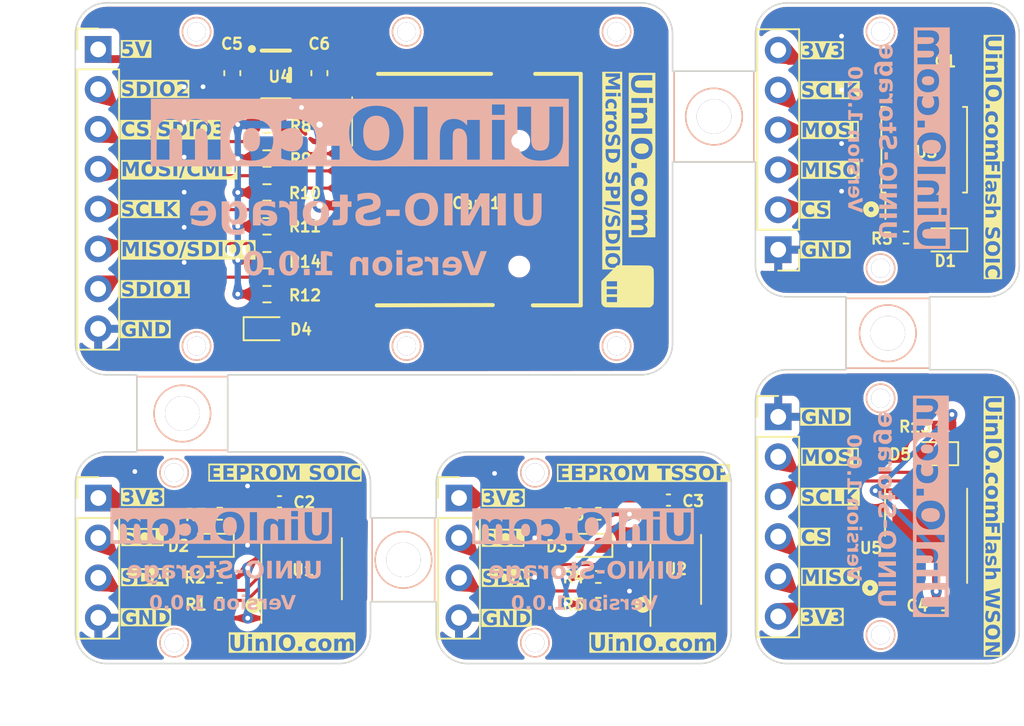
<source format=kicad_pcb>
(kicad_pcb (version 20221018) (generator pcbnew)
  (title_block (title "UINIO-Storage") (date "2024-01-07") (rev "Version 1.0.0") (company "UinIO.com 电子技术实验室"))
  (layers (0 "F.Cu" signal) (31 "B.Cu" signal) (34 "B.Paste" user) (35 "F.Paste" user) (36 "B.SilkS" user "B.Silkscreen") (37 "F.SilkS" user "F.Silkscreen") (38 "B.Mask" user) (39 "F.Mask" user) (44 "Edge.Cuts" user))
  (net 0 "")
  (net 1 "/Flash-SOIC8-3.3V")
  (net 2 "/Flash-SOIC8-GND")
  (net 3 "/EEPROM-SOIC8-GND")
  (net 4 "/EEPROM-SOIC8-3.3V")
  (net 5 "/EEPROM-TSSOP8-GND")
  (net 6 "/EEPROM-TSSOP8-3.3V")
  (net 7 "/SPI{slash}SDIO-GND")
  (net 8 "/SPI{slash}SDIO-5V")
  (net 10 "Net-(D4-A)")
  (net 11 "Net-(D2-A)")
  (net 12 "Net-(D3-A)")
  (net 13 "/EEPROM-TSSOP8-SDA")
  (net 14 "/EEPROM-TSSOP8-SCL")
  (net 15 "/Flash-SOIC8-MISO")
  (net 16 "/Flash-SOIC8-MOSI")
  (net 17 "/Flash-SOIC8-CLK")
  (net 18 "/Flash-SOIC8-CS")
  (net 20 "Net-(D1-A)")
  (net 21 "/EEPROM-SOIC8-SDA")
  (net 22 "/EEPROM-SOIC8-SCL")
  (net 23 "/Flash-WSON8-3.3V")
  (net 24 "/Flash-WSON8-GND")
  (net 25 "Net-(D5-A)")
  (net 26 "/Flash-WSON8-MISO")
  (net 27 "/Flash-WSON8-MOSI")
  (net 28 "/Flash-WSON8-CLK")
  (net 29 "/Flash-WSON8-CS")
  (net 30 "/SPI{slash}SDIO-3.3V")
  (net 31 "/SDIO-2")
  (net 32 "/SPI-CS{slash}SDIO-3")
  (net 33 "/SPI-MOSI{slash}SDIO-CMD")
  (net 34 "/SPI{slash}SDIO-SCLK")
  (net 35 "/SPI-MISO{slash}SDIO-0")
  (net 36 "/SDIO1")
  (footprint "Resistor_SMD:R_0402_1005Metric" (layer "F.Cu") (at 130.76 115.675786 180)
    (fp_text reference "R7")
    (fp_text value "2K")
  )
  (footprint "Capacitor_SMD:C_0402_1005Metric" (layer "F.Cu") (at 175.4 86.85)
    (fp_text reference "C1")
    (fp_text value "0.1uF")
  )
  (footprint "Connector_PinHeader_2.54mm:PinHeader_1x04_P2.54mm_Vertical" (layer "F.Cu") (at 123.04 114.675)
    (fp_text reference "J1" hide)
    (fp_text value "Conn_01x04_Pin")
  )
  (footprint "LED_SMD:LED_0603_1608Metric" (layer "F.Cu") (at 176.24 111.853 180)
    (fp_text reference "D5")
    (fp_text value "LED Red")
  )
  (footprint "Uinio:Hole-1mm" (layer "F.Cu") (at 156 85)
    (fp_text reference "HOLE**" hide)
    (fp_text value "Hole-1mm" hide)
  )
  (footprint "Resistor_SMD:R_0603_1608Metric" (layer "F.Cu") (at 133.765 95.226666)
    (fp_text reference "R10")
    (fp_text value "10K")
  )
  (footprint "LED_SMD:LED_0603_1608Metric" (layer "F.Cu") (at 133.765 103.9)
    (fp_text reference "D4")
    (fp_text value "LED Red")
  )
  (footprint "Package_SO:TSSOP-8_4.4x3mm_P0.65mm" (layer "F.Cu") (at 159.765 119.221286 90)
    (fp_text reference "U2")
    (fp_text value "I2C-24-EEPROM-TSSOP8")
  )
  (footprint "Uinio:Hole-2mm" (layer "F.Cu") (at 162.195 90.4)
    (fp_text reference "HOLE**" hide)
    (fp_text value "Hole-2mm" hide)
  )
  (footprint "Uinio:Hole-2mm" (layer "F.Cu") (at 142.445 118.61)
    (fp_text reference "HOLE**" hide)
    (fp_text value "Hole-2mm" hide)
  )
  (footprint "Uinio:SOT-23-5_L3.0-W1.7-P0.95-LS2.8-BR" (layer "F.Cu") (at 134.33 87.75 180)
    (fp_text reference "U4")
    (fp_text value "ME6211")
  )
  (footprint "Connector_PinHeader_2.54mm:PinHeader_1x04_P2.54mm_Vertical" (layer "F.Cu") (at 145.98 114.675)
    (fp_text reference "J2" hide)
    (fp_text value "Conn_01x04_Pin")
  )
  (footprint "LED_SMD:LED_0603_1608Metric" (layer "F.Cu") (at 130.17 117.685786 180)
    (fp_text reference "D2")
    (fp_text value "LED Red")
  )
  (footprint "Resistor_SMD:R_0402_1005Metric" (layer "F.Cu") (at 130.76 119.695786 180)
    (fp_text reference "R2")
    (fp_text value "10K")
  )
  (footprint "Uinio:Hole-1mm" (layer "F.Cu") (at 172.79 108.328 -90)
    (fp_text reference "HOLE**" hide)
    (fp_text value "Hole-1mm" hide)
  )
  (footprint "Connector_PinHeader_2.54mm:PinHeader_1x06_P2.54mm_Vertical" (layer "F.Cu") (at 166.28 98.87 180)
    (fp_text reference "J3" hide)
    (fp_text value "Conn_01x06_Pin")
  )
  (footprint "Package_SO:SOIC-8_3.9x4.9mm_P1.27mm" (layer "F.Cu") (at 135.97 119.175786 90)
    (fp_text reference "U1")
    (fp_text value "I2C-24-EEPROM-SOIC8")
  )
  (footprint "Uinio:TF-SMD_TF-02" (layer "F.Cu") (at 144.11 95 90)
    (fp_text reference "Card1")
    (fp_text value "TF_Card_02A")
  )
  (footprint "Capacitor_SMD:C_0402_1005Metric" (layer "F.Cu") (at 176.8 121.47)
    (fp_text reference "C4")
    (fp_text value "0.1uF")
  )
  (footprint "Capacitor_SMD:C_0603_1608Metric" (layer "F.Cu") (at 131.56 87.636 90)
    (fp_text reference "C5")
    (fp_text value "1uF")
  )
  (footprint "Resistor_SMD:R_0402_1005Metric" (layer "F.Cu") (at 130.76 121.405786 180)
    (fp_text reference "R1")
    (fp_text value "10K")
  )
  (footprint "Resistor_SMD:R_0603_1608Metric" (layer "F.Cu") (at 133.765 93.068333)
    (fp_text reference "R9")
    (fp_text value "10K")
  )
  (footprint "Package_SO:SOIC-8_5.23x5.23mm_P1.27mm" (layer "F.Cu") (at 175.565 92.51 90)
    (fp_text reference "U3")
    (fp_text value "SPI-25-Flash-SOIC8")
  )
  (footprint "Uinio:Hole-1mm" (layer "F.Cu") (at 156 105)
    (fp_text reference "HOLE**" hide)
    (fp_text value "Hole-1mm" hide)
  )
  (footprint "Uinio:Hole-1mm" (layer "F.Cu") (at 129.286 85)
    (fp_text reference "HOLE**" hide)
    (fp_text value "Hole-1mm" hide)
  )
  (footprint "Resistor_SMD:R_0603_1608Metric" (layer "F.Cu") (at 133.765 101.701665)
    (fp_text reference "R12")
    (fp_text value "2K")
  )
  (footprint "Resistor_SMD:R_0402_1005Metric" (layer "F.Cu") (at 176.83 110.07)
    (fp_text reference "R13")
    (fp_text value "2K")
  )
  (footprint "Uinio:Hole-1mm" (layer "F.Cu") (at 172.79 84.988 -90)
    (fp_text reference "HOLE**" hide)
    (fp_text value "Hole-1mm" hide)
  )
  (footprint "LOGO" (layer "F.Cu") (at 156.7 101.21 90)
    (fp_text reference "")
    (fp_text value "LOGO" hide)
  )
  (footprint "Uinio:Hole-1mm" (layer "F.Cu") (at 127.86 113.065786)
    (fp_text reference "HOLE**" hide)
    (fp_text value "Hole-1mm" hide)
  )
  (footprint "Uinio:Hole-1mm" (layer "F.Cu") (at 127.86 123.885786)
    (fp_text reference "HOLE**" hide)
    (fp_text value "Hole-1mm" hide)
  )
  (footprint "Uinio:Hole-1mm" (layer "F.Cu") (at 150.805 123.885786)
    (fp_text reference "HOLE**" hide)
    (fp_text value "Hole-1mm" hide)
  )
  (footprint "LED_SMD:LED_0603_1608Metric" (layer "F.Cu") (at 154.2475 117.69 180)
    (fp_text reference "D3")
    (fp_text value "LED Red")
  )
  (footprint "Uinio:Hole-1mm" (layer "F.Cu") (at 172.79 100.048 -90)
    (fp_text reference "HOLE**" hide)
    (fp_text value "Hole-1mm" hide)
  )
  (footprint "Resistor_SMD:R_0402_1005Metric" (layer "F.Cu") (at 174.41 98.1 180)
    (fp_text reference "R5")
    (fp_text value "2K")
  )
  (footprint "Resistor_SMD:R_0603_1608Metric" (layer "F.Cu") (at 133.765 90.91)
    (fp_text reference "R8")
    (fp_text value "10K")
  )
  (footprint "Uinio:Hole-1mm" (layer "F.Cu") (at 150.805 113.065786)
    (fp_text reference "HOLE**" hide)
    (fp_text value "Hole-1mm" hide)
  )
  (footprint "Uinio:Hole-1mm" (layer "F.Cu") (at 142.643 105)
    (fp_text reference "HOLE**" hide)
    (fp_text value "Hole-1mm" hide)
  )
  (footprint "Resistor_SMD:R_0603_1608Metric" (layer "F.Cu") (at 133.765 97.384999)
    (fp_text reference "R11")
    (fp_text value "10K")
  )
  (footprint "Uinio:Hole-1mm" (layer "F.Cu") (at 172.79 123.388 -90)
    (fp_text reference "HOLE**" hide)
    (fp_text value "Hole-1mm" hide)
  )
  (footprint "Uinio:Hole-1mm" (layer "F.Cu") (at 129.286 105)
    (fp_text reference "HOLE**" hide)
    (fp_text value "Hole-1mm" hide)
  )
  (footprint "Uinio:Hole-2mm" (layer "F.Cu") (at 128.38 109.295)
    (fp_text reference "HOLE**" hide)
    (fp_text value "Hole-2mm" hide)
  )
  (footprint "LED_SMD:LED_0603_1608Metric" (layer "F.Cu") (at 176.82 98.25 180)
    (fp_text reference "D1")
    (fp_text value "LED Red")
  )
  (footprint "Capacitor_SMD:C_0402_1005Metric" (layer "F.Cu") (at 159.3 114.808 180)
    (fp_text reference "C3")
    (fp_text value "0.1uF")
  )
  (footprint "Resistor_SMD:R_0402_1005Metric" (layer "F.Cu") (at 154.8375 121.41 180)
    (fp_text reference "R3")
    (fp_text value "10K")
  )
  (footprint "Resistor_SMD:R_0402_1005Metric" (layer "F.Cu") (at 154.8375 119.7)
    (fp_text reference "R4")
    (fp_text value "10K")
  )
  (footprint "Package_SON:WSON-8-1EP_6x5mm_P1.27mm_EP3.4x4.3mm" (layer "F.Cu") (at 175.685 117.081 90)
    (fp_text reference "U5")
    (fp_text value "SPI-25-Flash-WSON8")
  )
  (footprint "Capacitor_SMD:C_0402_1005Metric" (layer "F.Cu") (at 134.56 114.915786 180)
    (fp_text reference "C2")
    (fp_text value "0.1uF")
  )
  (footprint "Resistor_SMD:R_0603_1608Metric" (layer "F.Cu") (at 133.765 99.543332)
    (fp_text reference "R14")
    (fp_text value "10K")
  )
  (footprint "Connector_PinHeader_2.54mm:PinHeader_1x06_P2.54mm_Vertical" (layer "F.Cu") (at 166.28 109.51)
    (fp_text reference "J5" hide)
    (fp_text value "Conn_01x06_Pin")
  )
  (footprint "Resistor_SMD:R_0402_1005Metric" (layer "F.Cu") (at 154.8375 115.68 180)
    (fp_text reference "R6")
    (fp_text value "2K")
  )
  (footprint "Capacitor_SMD:C_0603_1608Metric" (layer "F.Cu") (at 137.1 87.636 -90)
    (fp_text reference "C6")
    (fp_text value "1uF")
  )
  (footprint "Uinio:Hole-1mm" (layer "F.Cu") (at 142.643 85)
    (fp_text reference "HOLE**" hide)
    (fp_text value "Hole-1mm" hide)
  )
  (footprint "Connector_PinHeader_2.54mm:PinHeader_1x08_P2.54mm_Vertical" (layer "F.Cu") (at 123.03 86.125)
    (fp_text reference "J4" hide)
    (fp_text value "Conn_01x08_Pin")
  )
  (footprint "Uinio:Hole-2mm" (layer "F.Cu") (at 173.25 104.19)
    (fp_text reference "HOLE**" hide)
    (fp_text value "Hole-2mm" hide)
  )
  (gr_rect (start 159.66 87.51) (end 164.73 93.29) (stroke (width 0.1)) (fill none) (layer "B.SilkS"))
  (gr_rect (start 140.455 115.94) (end 144.4325 121.27875) (stroke (width 0.1)) (fill none) (layer "B.SilkS"))
  (gr_rect (start 125.49 106.95) (end 131.27 111.64) (stroke (width 0.1)) (fill none) (layer "B.SilkS"))
  (gr_rect (start 170.59 101.97) (end 175.91 106.41) (stroke (width 0.1)) (fill none) (layer "B.SilkS"))
  (gr_circle (center 157.67 121.47) (end 157.83 121.47) (stroke (width 0.35)) (fill none) (layer "F.SilkS"))
  (gr_rect (start 125.49 106.95) (end 131.27 111.64) (stroke (width 0.1)) (fill none) (layer "F.SilkS"))
  (gr_circle (center 172.19 96.3) (end 172.03 96.3) (stroke (width 0.35)) (fill none) (layer "F.SilkS"))
  (gr_rect (start 140.455 115.94) (end 144.425 121.28) (stroke (width 0.1)) (fill none) (layer "F.SilkS"))
  (gr_rect (start 170.59 101.97) (end 175.91 106.41) (stroke (width 0.1)) (fill none) (layer "F.SilkS"))
  (gr_circle (center 172.123231 120.396) (end 172.123231 120.556) (stroke (width 0.35)) (fill none) (layer "F.SilkS"))
  (gr_circle (center 132.91 121.505786) (end 133.07 121.505786) (stroke (width 0.35)) (fill none) (layer "F.SilkS"))
  (gr_rect (start 159.66 87.51) (end 164.73 93.29) (stroke (width 0.1)) (fill none) (layer "F.SilkS"))
  (gr_arc (start 164.83 108.51) (mid 165.415786 107.095786) (end 166.83 106.51) (stroke (width 0.1)) (layer "Edge.Cuts"))
  (gr_line (start 131.27 111.74) (end 138.35 111.74) (stroke (width 0.1)) (layer "Edge.Cuts"))
  (gr_line (start 164.83 123.21) (end 164.83 108.51) (stroke (width 0.1)) (layer "Edge.Cuts"))
  (gr_line (start 175.91 101.87) (end 179.61 101.87) (stroke (width 0.1)) (layer "Edge.Cuts"))
  (gr_arc (start 123.578 106.837) (mid 122.163786 106.251214) (end 121.578 104.837) (stroke (width 0.1)) (layer "Edge.Cuts"))
  (gr_arc (start 157.56 83.163) (mid 158.974214 83.748786) (end 159.56 85.163) (stroke (width 0.1)) (layer "Edge.Cuts"))
  (gr_line (start 140.35 113.74) (end 140.35 115.94) (stroke (width 0.1)) (layer "Edge.Cuts"))
  (gr_line (start 179.61 125.21) (end 166.83 125.21) (stroke (width 0.1)) (layer "Edge.Cuts"))
  (gr_line (start 157.56 106.837) (end 152.36 106.84) (stroke (width 0.1)) (layer "Edge.Cuts"))
  (gr_line (start 144.525 123.21) (end 144.525 121.28) (stroke (width 0.1)) (layer "Edge.Cuts"))
  (gr_arc (start 166.83 125.21) (mid 165.415786 124.624214) (end 164.83 123.21) (stroke (width 0.1)) (layer "Edge.Cuts"))
  (gr_arc (start 166.83 101.87) (mid 165.415786 101.284214) (end 164.83 99.87) (stroke (width 0.1)) (layer "Edge.Cuts"))
  (gr_line (start 146.525 111.74) (end 153.69 111.74) (stroke (width 0.1)) (layer "Edge.Cuts"))
  (gr_line (start 140.35 121.28) (end 144.525 121.28) (stroke (width 0.1)) (layer "Edge.Cuts"))
  (gr_line (start 166.83 106.51) (end 170.59 106.51) (stroke (width 0.1)) (layer "Edge.Cuts"))
  (gr_line (start 166.83 101.87) (end 170.59 101.87) (stroke (width 0.1)) (layer "Edge.Cuts"))
  (gr_arc (start 161.295 111.74) (mid 162.709214 112.325786) (end 163.295 113.74) (stroke (width 0.1)) (layer "Edge.Cuts"))
  (gr_arc (start 146.525 125.21) (mid 145.110786 124.624214) (end 144.525 123.21) (stroke (width 0.1)) (layer "Edge.Cuts"))
  (gr_line (start 123.578 83.163) (end 157.56 83.163) (stroke (width 0.1)) (layer "Edge.Cuts"))
  (gr_line (start 175.91 101.87) (end 175.91 106.51) (stroke (width 0.1)) (layer "Edge.Cuts"))
  (gr_line (start 123.58 111.74) (end 125.49 111.74) (stroke (width 0.1)) (layer "Edge.Cuts"))
  (gr_line (start 159.56 104.837) (end 159.56 93.29) (stroke (width 0.1)) (layer "Edge.Cuts"))
  (gr_line (start 181.61 85.17) (end 181.61 99.87) (stroke (width 0.1)) (layer "Edge.Cuts"))
  (gr_line (start 144.525 113.74) (end 144.525 115.94) (stroke (width 0.1)) (layer "Edge.Cuts"))
  (gr_arc (start 121.58 113.74) (mid 122.165781 112.325777) (end 123.58 111.74) (stroke (width 0.1)) (layer "Edge.Cuts"))
  (gr_line (start 125.49 106.84) (end 125.49 111.74) (stroke (width 0.1)) (layer "Edge.Cuts"))
  (gr_arc (start 179.61 83.17) (mid 181.024214 83.755786) (end 181.61 85.17) (stroke (width 0.1)) (layer "Edge.Cuts"))
  (gr_arc (start 123.58 125.21) (mid 122.165781 124.624214) (end 121.58 123.21) (stroke (width 0.1)) (layer "Edge.Cuts"))
  (gr_arc (start 144.525 113.74) (mid 145.110786 112.325786) (end 146.525 111.74) (stroke (width 0.1)) (layer "Edge.Cuts"))
  (gr_line (start 164.83 85.17) (end 164.83 87.51) (stroke (width 0.1)) (layer "Edge.Cuts"))
  (gr_arc (start 179.61 106.51) (mid 181.024214 107.095786) (end 181.61 108.51) (stroke (width 0.1)) (layer "Edge.Cuts"))
  (gr_line (start 152.36 106.84) (end 131.27 106.84) (stroke (width 0.1)) (layer "Edge.Cuts"))
  (gr_line (start 121.578 104.837) (end 121.578 85.163) (stroke (width 0.1)) (layer "Edge.Cuts"))
  (gr_arc (start 181.61 123.21) (mid 181.024214 124.624214) (end 179.61 125.21) (stroke (width 0.1)) (layer "Edge.Cuts"))
  (gr_line (start 138.35 125.21) (end 123.58 125.21) (stroke (width 0.1)) (layer "Edge.Cuts"))
  (gr_arc (start 138.35 111.74) (mid 139.764209 112.325787) (end 140.35 113.74) (stroke (width 0.1)) (layer "Edge.Cuts"))
  (gr_arc (start 164.83 85.17) (mid 165.415786 83.755786) (end 166.83 83.17) (stroke (width 0.1)) (layer "Edge.Cuts"))
  (gr_line (start 121.58 123.21) (end 121.58 113.74) (stroke (width 0.1)) (layer "Edge.Cuts"))
  (gr_arc (start 159.56 104.837) (mid 158.974214 106.251214) (end 157.56 106.837) (stroke (width 0.1)) (layer "Edge.Cuts"))
  (gr_arc (start 121.578 85.163) (mid 122.163786 83.748786) (end 123.578 83.163) (stroke (width 0.1)) (layer "Edge.Cuts"))
  (gr_line (start 175.91 106.51) (end 179.61 106.51) (stroke (width 0.1)) (layer "Edge.Cuts"))
  (gr_line (start 170.59 101.87) (end 170.59 106.51) (stroke (width 0.1)) (layer "Edge.Cuts"))
  (gr_line (start 153.69 111.74) (end 161.295 111.74) (stroke (width 0.1)) (layer "Edge.Cuts"))
  (gr_line (start 140.35 123.21) (end 140.35 121.28) (stroke (width 0.1)) (layer "Edge.Cuts"))
  (gr_line (start 166.83 83.17) (end 179.61 83.17) (stroke (width 0.1)) (layer "Edge.Cuts"))
  (gr_line (start 161.295 125.21) (end 146.525 125.21) (stroke (width 0.1)) (layer "Edge.Cuts"))
  (gr_arc (start 163.295 123.21) (mid 162.709214 124.624214) (end 161.295 125.21) (stroke (width 0.1)) (layer "Edge.Cuts"))
  (gr_line (start 159.56 93.29) (end 164.83 93.29) (stroke (width 0.1)) (layer "Edge.Cuts"))
  (gr_line (start 125.49 106.84) (end 123.578 106.837) (stroke (width 0.1)) (layer "Edge.Cuts"))
  (gr_arc (start 181.61 99.87) (mid 181.024214 101.284214) (end 179.61 101.87) (stroke (width 0.1)) (layer "Edge.Cuts"))
  (gr_arc (start 140.35 123.21) (mid 139.764209 124.624205) (end 138.35 125.21) (stroke (width 0.1)) (layer "Edge.Cuts"))
  (gr_line (start 164.83 93.29) (end 164.83 99.87) (stroke (width 0.1)) (layer "Edge.Cuts"))
  (gr_line (start 181.61 108.51) (end 181.61 123.21) (stroke (width 0.1)) (layer "Edge.Cuts"))
  (gr_line (start 159.56 87.51) (end 159.56 85.163) (stroke (width 0.1)) (layer "Edge.Cuts"))
  (gr_line (start 131.27 106.84) (end 131.27 111.74) (stroke (width 0.1)) (layer "Edge.Cuts"))
  (gr_line (start 140.35 115.94) (end 144.525 115.94) (stroke (width 0.1)) (layer "Edge.Cuts"))
  (gr_line (start 163.295 113.74) (end 163.295 123.21) (stroke (width 0.1)) (layer "Edge.Cuts"))
  (gr_line (start 159.56 87.51) (end 164.83 87.51) (stroke (width 0.1)) (layer "Edge.Cuts"))
  (gr_text "Version 1.0.0" (at 147.76 100.747156) (layer "B.SilkS") (effects (font (size 1.5 1.5) (thickness 0.3) bold) (justify left bottom mirror)))
  (gr_text "UINIO-Storage" (at 151.485436 97.667156) (layer "B.SilkS") (effects (font (size 2 2) (thickness 0.3) bold) (justify left bottom mirror)))
  (gr_text "UinIO.com" (at 160.945258 117.68) (layer "B.SilkS" knockout) (effects (font (size 1.75 1.75) (thickness 0.2) bold) (justify left bottom mirror)))
  (gr_text "Version 1.0.0" (at 135.61 121.92) (layer "B.SilkS") (effects (font (size 0.9 0.9) (thickness 0.2) bold) (justify left bottom mirror)))
  (gr_text "UinIO.com" (at 174.84 98.85 -90) (layer "B.SilkS" knockout) (effects (font (size 1.75 1.75) (thickness 0.2) bold) (justify left bottom mirror)))
  (gr_text "Version 1.0.0" (at 170.58 96.529742 -90) (layer "B.SilkS") (effects (font (size 0.9 0.9) (thickness 0.2) bold) (justify left bottom mirror)))
  (gr_text "UINIO-Storage" (at 137.322337 119.98) (layer "B.SilkS") (effects (font (size 1.1 1.1) (thickness 0.25) bold) (justify left bottom mirror)))
  (gr_text "UinIO.com" (at 153.020258 93.7) (layer "B.SilkS" knockout) (effects (font (size 3.3 3.3) (thickness 0.2) bold) (justify left bottom mirror)))
  (gr_text "UINIO-Storage" (at 172.52 98.242079 -90) (layer "B.SilkS") (effects (font (size 1.1 1.1) (thickness 0.25) bold) (justify left bottom mirror)))
  (gr_text "UinIO.com" (at 137.930258 117.66) (layer "B.SilkS" knockout) (effects (font (size 1.75 1.75) (thickness 0.2) bold) (justify left bottom mirror)))
  (gr_text "Version 1.0.0" (at 158.625 121.94) (layer "B.SilkS") (effects (font (size 0.9 0.9) (thickness 0.2) bold) (justify left bottom mirror)))
  (gr_text "UINIO-Storage" (at 172.46 121.672337 -90) (layer "B.SilkS") (effects (font (size 1.1 1.1) (thickness 0.25) bold) (justify left bottom mirror)))
  (gr_text "UINIO-Storage" (at 160.337337 120) (layer "B.SilkS") (effects (font (size 1.1 1.1) (thickness 0.25) bold) (justify left bottom mirror)))
  (gr_text "Version 1.0.0" (at 170.52 119.96 -90) (layer "B.SilkS") (effects (font (size 0.9 0.9) (thickness 0.2) bold) (justify left bottom mirror)))
  (gr_text "UinIO.com" (at 174.78 122.280258 -90) (layer "B.SilkS" knockout) (effects (font (size 1.75 1.75) (thickness 0.2) bold) (justify left bottom mirror)))
  (gr_text "MOSI/CMD" (at 124.47 94.345713) (layer "F.SilkS" knockout) (effects (font (size 0.9 0.9) (thickness 0.16) bold) (justify left bottom)))
  (gr_text "MISO" (at 167.72 120.3) (layer "F.SilkS" knockout) (effects (font (size 0.9 0.9) (thickness 0.16) bold) (justify left bottom)))
  (gr_text "CS" (at 167.72 96.9324) (layer "F.SilkS" knockout) (effects (font (size 0.9 0.9) (thickness 0.16) bold) (justify left bottom)))
  (gr_text "MOSI" (at 167.72 112.6584) (layer "F.SilkS" knockout) (effects (font (size 0.9 0.9) (thickness 0.16) bold) (justify left bottom)))
  (gr_text "Flash WSON" (at 179.30926 116.148 -90) (layer "F.SilkS" knockout) (effects (font (size 0.9 0.9) (thickness 0.2) bold) (justify left bottom)))
  (gr_text "EEPROM TSSOP" (at 152.19 113.69) (layer "F.SilkS" knockout) (effects (font (size 0.9 0.9) (thickness 0.2) bold) (justify left bottom)))
  (gr_text "SCLK" (at 167.72 89.3256) (layer "F.SilkS" knockout) (effects (font (size 0.9 0.9) (thickness 0.16) bold) (justify left bottom)))
  (gr_text "GND" (at 124.47 104.54) (layer "F.SilkS" knockout) (effects (font (size 0.9 0.9) (thickness 0.16) bold) (justify left bottom)))
  (gr_text "EEPROM SOIC" (at 130.02 113.66932) (layer "F.SilkS" knockout) (effects (font (size 0.9 0.9) (thickness 0.2) bold) (justify left bottom)))
  (gr_text "GND" (at 147.44 122.92) (layer "F.SilkS" knockout) (effects (font (size 0.9 0.9) (thickness 0.16) bold) (justify left bottom)))
  (gr_text "UinIO.com" (at 154.251951 124.565786) (layer "F.SilkS" knockout) (effects (font (size 1 1) (thickness 0.2) bold) (justify left bottom)))
  (gr_text "SDIO2" (at 124.47 89.248571) (layer "F.SilkS" knockout) (effects (font (size 0.9 0.9) (thickness 0.16) bold) (justify left bottom)))
  (gr_text "UinIO.com" (at 131.315246 124.565786) (layer "F.SilkS" knockout) (effects (font (size 1 1) (thickness 0.2) bold) (justify left bottom)))
  (gr_text "3V3" (at 167.72 86.79) (layer "F.SilkS" knockout) (effects (font (size 0.9 0.9) (thickness 0.16) bold) (justify left bottom)))
  (gr_text "SCLK" (at 124.47 96.894284) (layer "F.SilkS" knockout) (effects (font (size 0.9 0.9) (thickness 0.16) bold) (justify left bottom)))
  (gr_text "CS" (at 167.72 117.7528) (layer "F.SilkS" knockout) (effects (font (size 0.9 0.9) (thickness 0.16) bold) (justify left bottom)))
  (gr_text "MOSI" (at 167.72 91.8612) (layer "F.SilkS" knockout) (effects (font (size 0.9 0.9) (thickness 0.16) bold) (justify left bottom)))
  (gr_text "3V3" (at 147.44 115.27) (layer "F.SilkS" knockout) (effects (font (size 0.9 0.9) (thickness 0.16) bold) (justify left bottom)))
  (gr_text "UinIO.com" (at 179.29963 85.18 -90) (layer "F.SilkS" knockout) (effects (font (size 1 1) (thickness 0.2) bold) (justify left bottom)))
  (gr_text "3V3" (at 124.5 115.225) (layer "F.SilkS" knockout) (effects (font (size 0.9 0.9) (thickness 0.16) bold) (justify left bottom)))
  (gr_text "GND" (at 167.72 110.1112) (layer "F.SilkS" knockout) (effects (font (size 0.9 0.9) (thickness 0.16) bold) (justify left bottom)))
  (gr_text "SCL" (at 147.44 117.82) (layer "F.SilkS" knockout) (effects (font (size 0.9 0.9) (thickness 0.16) bold) (justify left bottom)))
  (gr_text "5V" (at 124.47 86.7) (layer "F.SilkS" knockout) (effects (font (size 0.9 0.9) (thickness 0.16) bold) (justify left bottom)))
  (gr_text "CS/SDIO3" (at 124.47 91.797142) (layer "F.SilkS" knockout) (effects (font (size 0.9 0.9) (thickness 0.16) bold) (justify left bottom)))
  (gr_text "SCLK" (at 167.72 115.2056) (layer "F.SilkS" knockout) (effects (font (size 0.9 0.9) (thickness 0.16) bold) (justify left bottom)))
  (gr_text "SDIO1" (at 124.47 101.991426) (layer "F.SilkS" knockout) (effects (font (size 0.9 0.9) (thickness 0.16) bold) (justify left bottom)))
  (gr_text "SDA" (at 124.5 120.325) (layer "F.SilkS" knockout) (effects (font (size 0.9 0.9) (thickness 0.16) bold) (justify left bottom)))
  (gr_text "GND" (at 167.72 99.468) (layer "F.SilkS" knockout) (effects (font (size 0.9 0.9) (thickness 0.16) bold) (justify left bottom)))
  (gr_text "MISO" (at 167.72 94.3968) (layer "F.SilkS" knockout) (effects (font (size 0.9 0.9) (thickness 0.16) bold) (justify left bottom)))
  (gr_text "3V3" (at 167.72 122.8472) (layer "F.SilkS" knockout) (effects (font (size 0.9 0.9) (thickness 0.16) bold) (justify left bottom)))
  (gr_text "SDA" (at 147.44 120.37) (layer "F.SilkS" knockout) (effects (font (size 0.9 0.9) (thickness 0.16) bold) (justify left bottom)))
  (gr_text "SCL" (at 124.5 117.775) (layer "F.SilkS" knockout) (effects (font (size 0.9 0.9) (thickness 0.16) bold) (justify left bottom)))
  (gr_text "MicroSD SPI/SDIO" (at 155.15 87.532857 270) (layer "F.SilkS" knockout) (effects (font (size 0.9 0.9) (thickness 0.2) bold) (justify left bottom)))
  (gr_text "GND" (at 124.5 122.875) (layer "F.SilkS" knockout) (effects (font (size 0.9 0.9) (thickness 0.16) bold) (justify left bottom)))
  (gr_text "UinIO.com" (at 156.72 87.59 270) (layer "F.SilkS" knockout) (effects (font (size 1.3 1.3) (thickness 0.2) bold) (justify left bottom)))
  (gr_text "MISO/SDIO0" (at 124.47 99.442855) (layer "F.SilkS" knockout) (effects (font (size 0.9 0.9) (thickness 0.16) bold) (justify left bottom)))
  (gr_text "UinIO.com" (at 179.29963 108.178 -90) (layer "F.SilkS" knockout) (effects (font (size 1 1) (thickness 0.2) bold) (justify left bottom)))
  (gr_text "Flash SOIC" (at 179.30926 93.13 -90) (layer "F.SilkS" knockout) (effects (font (size 0.9 0.9) (thickness 0.2) bold) (justify left bottom)))
  (segment (start 178.55 93) (end 176.2 95.35) (width 0.3) (layer "F.Cu") (net 1))
  (segment (start 178.14 87.68) (end 178.55 88.09) (width 0.3) (layer "F.Cu") (net 1))
  (segment (start 174.92 86.85) (end 175.75 87.68) (width 0.3) (layer "F.Cu") (net 1))
  (segment (start 178.55 88.09) (end 178.55 93) (width 0.3) (layer "F.Cu") (net 1))
  (segment (start 174.67 97.33) (end 175.56 97.33) (width 0.3) (layer "F.Cu") (net 1))
  (segment (start 166.28 86.17) (end 166.96 86.85) (width 0.5) (layer "F.Cu") (net 1))
  (segment (start 173.66 88.91) (end 173.66 88.2) (width 0.3) (layer "F.Cu") (net 1))
  (segment (start 176.2 95.35) (end 176.2 96.11) (width 0.3) (layer "F.Cu") (net 1))
  (segment (start 174.92 86.85) (end 174.92 88.9) (width 0.3) (layer "F.Cu") (net 1))
  (segment (start 175.75 87.68) (end 178.14 87.68) (width 0.3) (layer "F.Cu") (net 1))
  (segment (start 166.96 86.85) (end 174.92 86.85) (width 0.5) (layer "F.Cu") (net 1))
  (segment (start 173.66 88.2) (end 174.92 86.94) (width 0.3) (layer "F.Cu") (net 1))
  (segment (start 173.9 98.1) (end 174.67 97.33) (width 0.3) (layer "F.Cu") (net 1))
  (segment (start 175.56 97.33) (end 176.2 96.69) (width 0.3) (layer "F.Cu") (net 1))
  (via (at 170.31 88.6975) (size 0.5) (drill 0.3) (layers "F.Cu" "B.Cu") (net 2))
  (via (at 170.31 92.115) (size 0.5) (drill 0.3) (layers "F.Cu" "B.Cu") (net 2))
  (via (at 170.31 95.15) (size 0.5) (drill 0.3) (layers "F.Cu" "B.Cu") (net 2))
  (via (at 170.31 85.28) (size 0.5) (drill 0.3) (layers "F.Cu" "B.Cu") (net 2))
  (segment (start 135.335 116.700786) (end 135.335 115.210786) (width 0.3) (layer "F.Cu") (net 3))
  (segment (start 135.335 115.210786) (end 135.04 114.915786) (width 0.3) (layer "F.Cu") (net 3))
  (via (at 125.36 112.99) (size 0.5) (drill 0.3) (layers "F.Cu" "B.Cu") (net 3))
  (via (at 132.53 113.91) (size 0.7) (drill 0.3) (layers "F.Cu" "B.Cu") (net 3))
  (via (at 132.53 117.68) (size 0.7) (drill 0.3) (layers "F.Cu" "B.Cu") (net 3))
  (segment (start 132.53 117.68) (end 132.53 113.91) (width 0.3) (layer "B.Cu") (net 3))
  (segment (start 133.994214 115.675786) (end 134.08 115.59) (width 0.3) (layer "F.Cu") (net 4))
  (segment (start 134.08 114.915786) (end 134.08 115.59) (width 0.3) (layer "F.Cu") (net 4))
  (segment (start 130.25 121.405786) (end 131.164214 122.32) (width 0.3) (layer "F.Cu") (net 4))
  (segment (start 132.49 119.13) (end 131.924214 119.695786) (width 0.3) (layer "F.Cu") (net 4))
  (segment (start 134.065 117.555) (end 132.53 119.09) (width 0.3) (layer "F.Cu") (net 4))
  (segment (start 131.164214 122.32) (end 132.51 122.32) (width 0.3) (layer "F.Cu") (net 4))
  (segment (start 131.27 115.675786) (end 133.994214 115.675786) (width 0.3) (layer "F.Cu") (net 4))
  (segment (start 123.275 114.91) (end 134.074214 114.91) (width 0.4) (layer "F.Cu") (net 4))
  (segment (start 131.924214 119.695786) (end 131.27 119.695786) (width 0.3) (layer "F.Cu") (net 4))
  (segment (start 132.51 122.32) (end 132.66 122.32) (width 0.3) (layer "F.Cu") (net 4))
  (segment (start 134.08 115.59) (end 134.08 116.685786) (width 0.3) (layer "F.Cu") (net 4))
  (segment (start 134.065 116.700786) (end 134.065 117.555) (width 0.3) (layer "F.Cu") (net 4))
  (segment (start 132.53 119.13) (end 132.49 119.13) (width 0.3) (layer "F.Cu") (net 4))
  (segment (start 132.66 122.32) (end 134.08 122.32) (width 0.3) (layer "F.Cu") (net 4))
  (segment (start 136.605 121.650786) (end 134.065 121.650786) (width 0.3) (layer "F.Cu") (net 4))
  (segment (start 132.53 119.09) (end 132.53 119.13) (width 0.3) (layer "F.Cu") (net 4))
  (via (at 132.54 122.32) (size 0.7) (drill 0.3) (layers "F.Cu" "B.Cu") (net 4))
  (via (at 132.53 119.13) (size 0.7) (drill 0.3) (layers "F.Cu" "B.Cu") (net 4))
  (segment (start 132.53 122.31) (end 132.54 122.32) (width 0.3) (layer "B.Cu") (net 4))
  (segment (start 132.53 119.13) (end 132.53 122.31) (width 0.3) (layer "B.Cu") (net 4))
  (segment (start 159.78 115.362) (end 159.78 114.808) (width 0.3) (layer "F.Cu") (net 5))
  (segment (start 159.44 115.702) (end 159.78 115.362) (width 0.3) (layer "F.Cu") (net 5))
  (segment (start 159.44 116.358786) (end 159.44 115.702) (width 0.3) (layer "F.Cu") (net 5))
  (via (at 150.79 119.73) (size 0.5) (drill 0.3) (layers "F.Cu" "B.Cu") (net 5))
  (via (at 148.24 113.11) (size 0.5) (drill 0.3) (layers "F.Cu" "B.Cu") (net 5))
  (via (at 150.79 117.21) (size 0.5) (drill 0.3) (layers "F.Cu" "B.Cu") (net 5))
  (via (at 156.82 120.6) (size 0.7) (drill 0.3) (layers "F.Cu" "B.Cu") (net 5))
  (via (at 156.82 117.68) (size 0.7) (drill 0.3) (layers "F.Cu" "B.Cu") (net 5))
  (segment (start 156.82 120.6) (end 156.82 117.68) (width 0.3) (layer "B.Cu") (net 5))
  (segment (start 156.82 115.7) (end 156.84 115.68) (width 0.3) (layer "F.Cu") (net 6))
  (segment (start 152.78 119.73) (end 154.2975 119.73) (width 0.3) (layer "F.Cu") (net 6))
  (segment (start 158.82 114.808) (end 158.82 116.328786) (width 0.3) (layer "F.Cu") (net 6))
  (segment (start 156.84 115.68) (end 158.75 115.68) (width 0.3) (layer "F.Cu") (net 6))
  (segment (start 158.82 114.808) (end 146.113 114.808) (width 0.3) (layer "F.Cu") (net 6))
  (segment (start 152.78 121.41) (end 154.3275 121.41) (width 0.3) (layer "F.Cu") (net 6))
  (segment (start 155.3475 115.68) (end 156.8 115.68) (width 0.3) (layer "F.Cu") (net 6))
  (segment (start 156.8 115.68) (end 156.82 115.7) (width 0.3) (layer "F.Cu") (net 6))
  (via (at 156.82 115.7) (size 0.7) (drill 0.3) (layers "F.Cu" "B.Cu") (net 6))
  (via (at 152.78 119.73) (size 0.7) (drill 0.3) (layers "F.Cu" "B.Cu") (net 6))
  (via (at 152.78 121.41) (size 0.7) (drill 0.3) (layers "F.Cu" "B.Cu") (net 6))
  (segment (start 156.82 115.7) (end 152.79 119.73) (width 0.3) (layer "B.Cu") (net 6))
  (segment (start 152.79 119.73) (end 152.78 119.73) (width 0.3) (layer "B.Cu") (net 6))
  (segment (start 152.78 119.73) (end 152.78 121.41) (width 0.3) (layer "B.Cu") (net 6))
  (segment (start 131.56 88.411) (end 132.221 87.75) (width 0.5) (layer "F.Cu") (net 7))
  (segment (start 132.221 87.75) (end 133.03 87.75) (width 0.5) (layer "F.Cu") (net 7))
  (via (at 129.7 88.5) (size 0.7) (drill 0.3) (layers "F.Cu" "B.Cu") (net 7))
  (via (at 128.5 90.744) (size 0.5) (drill 0.3) (layers "F.Cu" "B.Cu") (net 7))
  (via (at 128.5 99.68) (size 0.5) (drill 0.3) (layers "F.Cu" "B.Cu") (net 7))
  (via (at 128.5 92.978) (size 0.5) (drill 0.3) (layers "F.Cu" "B.Cu") (net 7))
  (via (at 128.5 95.212) (size 0.5) (drill 0.3) (layers "F.Cu" "B.Cu") (net 7))
  (via (at 128.5 88.51) (size 0.7) (drill 0.3) (layers "F.Cu" "B.Cu") (net 7))
  (via (at 135.96 89.82) (size 0.5) (drill 0.3) (layers "F.Cu" "B.Cu") (net 7))
  (via (at 128.5 97.446) (size 0.5) (drill 0.3) (layers "F.Cu" "B.Cu") (net 7))
  (segment (start 133.03 86.8) (end 134.03 86.8) (width 0.5) (layer "F.Cu") (net 8))
  (segment (start 132.969 86.861) (end 133.03 86.8) (width 0.5) (layer "F.Cu") (net 8))
  (segment (start 134.03 86.8) (end 134.33 87.1) (width 0.5) (layer "F.Cu") (net 8))
  (segment (start 131.56 86.861) (end 132.969 86.861) (width 0.5) (layer "F.Cu") (net 8))
  (segment (start 134.07 88.7) (end 133.03 88.7) (width 0.5) (layer "F.Cu") (net 8))
  (segment (start 134.33 88.44) (end 134.07 88.7) (width 0.5) (layer "F.Cu") (net 8))
  (segment (start 134.33 87.1) (end 134.33 88.44) (width 0.5) (layer "F.Cu") (net 8))
  (segment (start 131.439 86.74) (end 123.645 86.74) (width 0.5) (layer "F.Cu") (net 8))
  (segment (start 123.645 86.74) (end 123.03 86.125) (width 0.5) (layer "F.Cu") (net 8))
  (segment (start 134.5525 103.9) (end 134.5525 101.739165) (width 0.3) (layer "F.Cu") (net 10))
  (segment (start 130.25 116.818286) (end 129.3825 117.685786) (width 0.3) (layer "F.Cu") (net 11))
  (segment (start 130.25 115.675786) (end 130.25 116.818286) (width 0.3) (layer "F.Cu") (net 11))
  (segment (start 154.3275 116.8225) (end 153.46 117.69) (width 0.2) (layer "F.Cu") (net 12))
  (segment (start 154.3275 115.68) (end 154.3275 116.8225) (width 0.2) (layer "F.Cu") (net 12))
  (segment (start 154.54 120.59) (end 146.815 120.59) (width 0.2) (layer "F.Cu") (net 13))
  (segment (start 155.3475 121.41) (end 157.62 121.41) (width 0.2) (layer "F.Cu") (net 13))
  (segment (start 160.74 118.29) (end 160.74 116.358786) (width 0.2) (layer "F.Cu") (net 13))
  (segment (start 146.815 120.59) (end 145.98 119.755) (width 0.2) (layer "F.Cu") (net 13))
  (segment (start 155.3475 121.3975) (end 154.54 120.59) (width 0.2) (layer "F.Cu") (net 13))
  (segment (start 157.62 121.41) (end 160.74 118.29) (width 0.2) (layer "F.Cu") (net 13))
  (segment (start 154.5575 118.91) (end 147.675 118.91) (width 0.2) (layer "F.Cu") (net 14))
  (segment (start 155.3475 119.7) (end 154.5575 118.91) (width 0.2) (layer "F.Cu") (net 14))
  (segment (start 147.675 118.91) (end 145.98 117.215) (width 0.2) (layer "F.Cu") (net 14))
  (segment (start 158.36 119.7) (end 160.09 117.97) (width 0.2) (layer "F.Cu") (net 14))
  (segment (start 155.3475 119.7) (end 158.36 119.7) (width 0.2) (layer "F.Cu") (net 14))
  (segment (start 160.09 117.97) (end 160.09 116.358786) (width 0.2) (layer "F.Cu") (net 14))
  (segment (start 174.93 95.310001) (end 173.409999 93.79) (width 0.2) (layer "F.Cu") (net 15))
  (segment (start 174.93 96.11) (end 174.93 95.310001) (width 0.2) (layer "F.Cu") (net 15))
  (segment (start 173.409999 93.79) (end 166.28 93.79) (width 0.2) (layer "F.Cu") (net 15))
  (segment (start 175.929999 91.25) (end 166.28 91.25) (width 0.2) (layer "F.Cu") (net 16))
  (segment (start 177.47 88.91) (end 177.47 89.709999) (width 0.2) (layer "F.Cu") (net 16))
  (segment (start 177.47 89.709999) (end 175.929999 91.25) (width 0.2) (layer "F.Cu") (net 16))
  (segment (start 175.379999 90.53) (end 168.1 90.53) (width 0.2) (layer "F.Cu") (net 17))
  (segment (start 176.2 89.709999) (end 175.379999 90.53) (width 0.2) (layer "F.Cu") (net 17))
  (segment (start 168.1 90.53) (end 166.28 88.71) (width 0.2) (layer "F.Cu") (net 17))
  (segment (start 176.2 88.91) (end 176.2 89.709999) (width 0.2) (layer "F.Cu") (net 17))
  (segment (start 173.66 96.11) (end 166.5 96.11) (width 0.2) (layer "F.Cu") (net 18))
  (segment (start 174.92 98.1) (end 175.7725 98.1) (width 0.3) (layer "F.Cu") (net 20))
  (segment (start 132.49 121.19) (end 131.485786 121.19) (width 0.2) (layer "F.Cu") (net 21))
  (segment (start 131.27 121.405786) (end 130.424214 120.56) (width 0.2) (layer "F.Cu") (net 21))
  (segment (start 131.485786 121.19) (end 131.27 121.405786) (width 0.2) (layer "F.Cu") (net 21))
  (segment (start 135.93 119.36) (end 134.32 119.36) (width 0.2) (layer "F.Cu") (net 21))
  (segment (start 137.875 117.415) (end 135.93 119.36) (width 0.2) (layer "F.Cu") (net 21))
  (segment (start 123.845 120.56) (end 123.04 119.755) (width 0.2) (layer "F.Cu") (net 21))
  (segment (start 134.32 119.36) (end 132.49 121.19) (width 0.2) (layer "F.Cu") (net 21))
  (segment (start 130.424214 120.56) (end 123.845 120.56) (width 0.2) (layer "F.Cu") (net 21))
  (segment (start 131.104214 120.55) (end 130.25 119.695786) (width 0.2) (layer "F.Cu") (net 22))
  (segment (start 136.605 117.405) (end 135.14 118.87) (width 0.2) (layer "F.Cu") (net 22))
  (segment (start 125.520786 119.695786) (end 130.25 119.695786) (width 0.2) (layer "F.Cu") (net 22))
  (segment (start 132.39 120.55) (end 131.104214 120.55) (width 0.2) (layer "F.Cu") (net 22))
  (segment (start 123.04 117.215) (end 125.520786 119.695786) (width 0.2) (layer "F.Cu") (net 22))
  (segment (start 134.07 118.87) (end 132.39 120.55) (width 0.2) (layer "F.Cu") (net 22))
  (segment (start 135.14 118.87) (end 134.07 118.87) (width 0.2) (layer "F.Cu") (net 22))
  (segment (start 176.32 120.69) (end 176.33 120.68) (width 0.3) (layer "F.Cu") (net 23))
  (segment (start 177.33 109.36) (end 177.34 109.37) (width 0.3) (layer "F.Cu") (net 23))
  (segment (start 177.34 109.37) (end 177.34 110.07) (width 0.3) (layer "F.Cu") (net 23))
  (segment (start 176.33 120.68) (end 176.32 120.67) (width 0.3) (layer "F.Cu") (net 23))
  (segment (start 174.879 114.21) (end 175.05 114.381) (width 0.3) (layer "F.Cu") (net 23))
  (segment (start 167.01 121.48) (end 166.28 122.21) (width 0.3) (layer "F.Cu") (net 23))
  (segment (start 176.32 120.67) (end 176.32 119.781) (width 0.3) (layer "F.Cu") (net 23))
  (segment (start 172.45 114.21) (end 174.879 114.21) (width 0.3) (layer "F.Cu") (net 23))
  (segment (start 176.32 121.47) (end 176.32 120.69) (width 0.3) (layer "F.Cu") (net 23))
  (segment (start 176.31 121.48) (end 167.01 121.48) (width 0.3) (layer "F.Cu") (net 23))
  (via (at 172.45 114.21) (size 0.7) (drill 0.3) (layers "F.Cu" "B.Cu") (net 23))
  (via (at 176.33 120.62) (size 0.7) (drill 0.3) (layers "F.Cu" "B.Cu") (net 23))
  (via (at 177.33 109.36) (size 0.7) (drill 0.3) (layers "F.Cu" "B.Cu") (net 23))
  (segment (start 176.32 118.02) (end 176.32 120.67) (width 0.3) (layer "B.Cu") (net 23))
  (segment (start 172.51 114.21) (end 176.32 118.02) (width 0.3) (layer "B.Cu") (net 23))
  (segment (start 172.45 114.21) (end 172.48 114.21) (width 0.3) (layer "B.Cu") (net 23))
  (segment (start 172.45 114.21) (end 172.51 114.21) (width 0.3) (layer "B.Cu") (net 23))
  (segment (start 172.48 114.21) (end 177.33 109.36) (width 0.3) (layer "B.Cu") (net 23))
  (segment (start 176.32 110.07) (end 176.32 110.95) (width 0.3) (layer "F.Cu") (net 25))
  (segment (start 176.32 110.95) (end 175.4525 111.8175) (width 0.3) (layer "F.Cu") (net 25))
  (segment (start 167.36 120.75) (end 166.28 119.67) (width 0.2) (layer "F.Cu") (net 26))
  (segment (start 175.05 119.781) (end 175.05 120.41) (width 0.2) (layer "F.Cu") (net 26))
  (segment (start 175.05 120.41) (end 174.71 120.75) (width 0.2) (layer "F.Cu") (net 26))
  (segment (start 174.71 120.75) (end 167.36 120.75) (width 0.2) (layer "F.Cu") (net 26))
  (segment (start 177.59 113.62) (end 177.01 113.04) (width 0.2) (layer "F.Cu") (net 27))
  (segment (start 167.27 113.04) (end 166.28 112.05) (width 0.2) (layer "F.Cu") (net 27))
  (segment (start 177.01 113.04) (end 167.27 113.04) (width 0.2) (layer "F.Cu") (net 27))
  (segment (start 177.59 114.381) (end 177.59 113.62) (width 0.2) (layer "F.Cu") (net 27))
  (segment (start 167.26 113.59) (end 166.28 114.57) (width 0.2) (layer "F.Cu") (net 28))
  (segment (start 176.32 113.83) (end 176.08 113.59) (width 0.2) (layer "F.Cu") (net 28))
  (segment (start 176.32 114.381) (end 176.32 113.83) (width 0.2) (layer "F.Cu") (net 28))
  (segment (start 176.08 113.59) (end 167.26 113.59) (width 0.2) (layer "F.Cu") (net 28))
  (segment (start 168.931 119.781) (end 166.28 117.13) (width 0.2) (layer "F.Cu") (net 29))
  (segment (start 173.78 119.781) (end 168.931 119.781) (width 0.2) (layer "F.Cu") (net 29))
  (segment (start 131.91 90.91) (end 132.94 90.91) (width 0.3) (layer "F.Cu") (net 30))
  (segment (start 135.63 86.8) (end 135.63 86.941) (width 0.5) (layer "F.Cu") (net 30))
  (segment (start 137.1 88.411) (end 137.1 90.9) (width 0.5) (layer "F.Cu") (net 30))
  (segment (start 131.91 101.7) (end 132.938335 101.7) (width 0.4) (layer "F.Cu") (net 30))
  (segment (start 137.1 90.9) (end 137.11 90.91) (width 0.5) (layer "F.Cu") (net 30))
  (segment (start 131.95 93.07) (end 132.938333 93.07) (width 0.3) (layer "F.Cu") (net 30))
  (segment (start 131.91 97.38) (end 132.935001 97.38) (width 0.3) (layer "F.Cu") (net 30))
  (segment (start 137.11 96.06) (end 138.805 96.06) (width 0.5) (layer "F.Cu") (net 30))
  (segment (start 135.63 86.941) (end 137.1 88.411) (width 0.5) (layer "F.Cu") (net 30))
  (segment (start 131.91 99.54) (end 132.936668 99.54) (width 0.3) (layer "F.Cu") (net 30))
  (segment (start 131.92 95.23) (end 132.936666 95.23) (width 0.3) (layer "F.Cu") (net 30))
  (via (at 137.11 90.91) (size 0.9) (drill 0.4) (layers "F.Cu" "B.Cu") (net 30))
  (via (at 131.91 99.54) (size 0.7) (drill 0.3) (layers "F.Cu" "B.Cu") (net 30))
  (via (at 137.11 96.06) (size 0.9) (drill 0.4) (layers "F.Cu" "B.Cu") (net 30))
  (via (at 131.91 97.38) (size 0.7) (drill 0.3) (layers "F.Cu" "B.Cu") (net 30))
  (via (at 131.91 90.91) (size 0.7) (drill 0.3) (layers "F.Cu" "B.Cu") (net 30))
  (via (at 131.91 95.23) (size 0.7) (drill 0.3) (layers "F.Cu" "B.Cu") (net 30))
  (via (at 131.91 101.7) (size 0.7) (drill 0.3) (layers "F.Cu" "B.Cu") (net 30))
  (via (at 131.91 93.07) (size 0.7) (drill 0.3) (layers "F.Cu" "B.Cu") (net 30))
  (segment (start 137.11 90.91) (end 137.11 96.06) (width 0.5) (layer "B.Cu") (net 30))
  (segment (start 137.11 90.91) (end 131.91 90.91) (width 0.5) (layer "B.Cu") (net 30))
  (segment (start 131.91 90.91) (end 131.91 101.7) (width 0.4) (layer "B.Cu") (net 30))
  (segment (start 136.435 92.755) (end 134.59 90.91) (width 0.2) (layer "F.Cu") (net 31))
  (segment (start 124.125 89.76) (end 123.03 88.665) (width 0.2) (layer "F.Cu") (net 31))
  (segment (start 133.44 89.76) (end 124.125 89.76) (width 0.2) (layer "F.Cu") (net 31))
  (segment (start 134.59 90.91) (end 133.44 89.76) (width 0.2) (layer "F.Cu") (net 31))
  (segment (start 138.81 92.755) (end 136.435 92.755) (width 0.2) (layer "F.Cu") (net 31))
  (segment (start 133.511667 91.99) (end 123.815 91.99) (width 0.2) (layer "F.Cu") (net 32))
  (segment (start 123.815 91.99) (end 123.03 91.205) (width 0.2) (layer "F.Cu") (net 32))
  (segment (start 138.81 93.855) (end 135.376667 93.855) (width 0.2) (layer "F.Cu") (net 32))
  (segment (start 134.59 93.068333) (end 133.511667 91.99) (width 0.2) (layer "F.Cu") (net 32))
  (segment (start 135.376667 93.855) (end 134.59 93.068333) (width 0.2) (layer "F.Cu") (net 32))
  (segment (start 138.81 94.954) (end 134.862666 94.954) (width 0.2) (layer "F.Cu") (net 33))
  (segment (start 133.523334 94.16) (end 123.485 94.16) (width 0.2) (layer "F.Cu") (net 33))
  (segment (start 134.59 95.226666) (end 133.523334 94.16) (width 0.2) (layer "F.Cu") (net 33))
  (segment (start 138.81 97.154) (end 136.197 97.154) (width 0.2) (layer "F.Cu") (net 34))
  (segment (start 136.197 97.154) (end 135.363 96.32) (width 0.2) (layer "F.Cu") (net 34))
  (segment (start 135.363 96.32) (end 123.065 96.32) (width 0.2) (layer "F.Cu") (net 34))
  (segment (start 136.559001 99.354) (end 134.59 97.384999) (width 0.2) (layer "F.Cu") (net 35))
  (segment (start 134.59 97.384999) (end 133.494999 98.48) (width 0.2) (layer "F.Cu") (net 35))
  (segment (start 133.494999 98.48) (end 123.375 98.48) (width 0.2) (layer "F.Cu") (net 35))
  (segment (start 138.81 99.354) (end 136.559001 99.354) (width 0.2) (layer "F.Cu") (net 35))
  (segment (start 138.81 100.454) (end 135.484 100.454) (width 0.2) (layer "F.Cu") (net 36))
  (segment (start 134.59 99.61) (end 133.58 100.62) (width 0.2) (layer "F.Cu") (net 36))
  (segment (start 135.484 100.454) (end 134.59 99.56) (width 0.2) (layer "F.Cu") (net 36))
  (segment (start 133.58 100.62) (end 123.775 100.62) (width 0.2) (layer "F.Cu") (net 36))
  (segment (start 123.775 100.62) (end 123.03 101.365) (width 0.2) (layer "F.Cu") (net 36))
  (zone (net 5) (net_name "/EEPROM-TSSOP8-GND") (layers "F&B.Cu") (priority 3) (connect_pads (clearance 0.5)) (min_thickness 0.25) (fill yes (thermal_gap 0.5) (thermal_bridge_width 0.5))
    (polygon (pts (xy 144.47 125.26) (xy 144.47 111.69) (xy 163.33 111.69) (xy 163.33 125.26)))
  )
  (zone (net 3) (net_name "/EEPROM-SOIC8-GND") (layers "F&B.Cu") (priority 3) (connect_pads (clearance 0.5)) (min_thickness 0.25) (fill yes (thermal_gap 0.5) (thermal_bridge_width 0.5))
    (polygon (pts (xy 121.53 125.25) (xy 121.64 112) (xy 140.21 111.96) (xy 140.1 125.21)))
  )
  (zone (net 7) (net_name "/SPI{slash}SDIO-GND") (layers "F&B.Cu") (connect_pads (clearance 0.5)) (min_thickness 0.25) (fill yes (thermal_gap 0.5) (thermal_bridge_width 0.5))
    (polygon (pts (xy 121.42 83.01) (xy 159.3 82.98) (xy 159.32 106.58) (xy 121.44 106.61)))
  )
  (zone (net 24) (net_name "/Flash-WSON8-GND") (layers "F&B.Cu") (priority 2) (connect_pads (clearance 0.5)) (min_thickness 0.25) (fill yes (thermal_gap 0.5) (thermal_bridge_width 0.5))
    (polygon (pts (xy 164.86 106.75) (xy 181.74 106.74) (xy 181.66 125.26) (xy 164.78 125.26)))
  )
  (zone (net 2) (net_name "/Flash-SOIC8-GND") (layers "F&B.Cu") (priority 1) (connect_pads (clearance 0.5)) (min_thickness 0.25) (fill yes (thermal_gap 0.5) (thermal_bridge_width 0.5))
    (polygon (pts (xy 164.78 83.01) (xy 181.77 83.02) (xy 181.75 101.63) (xy 164.76 101.63)))
  )
)
</source>
